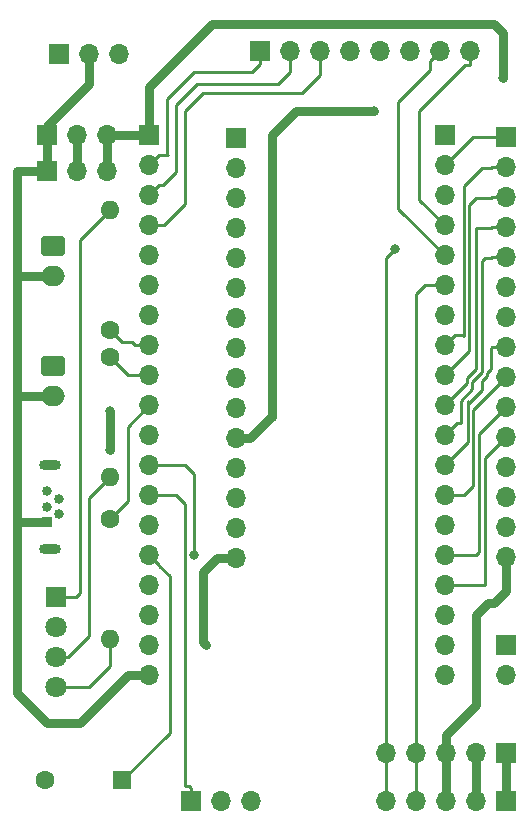
<source format=gtl>
G04 #@! TF.GenerationSoftware,KiCad,Pcbnew,8.0.8*
G04 #@! TF.CreationDate,2025-03-22T13:31:19+00:00*
G04 #@! TF.ProjectId,ESP32adapt_PCB03,45535033-3261-4646-9170-745f50434230,rev?*
G04 #@! TF.SameCoordinates,Original*
G04 #@! TF.FileFunction,Copper,L1,Top*
G04 #@! TF.FilePolarity,Positive*
%FSLAX46Y46*%
G04 Gerber Fmt 4.6, Leading zero omitted, Abs format (unit mm)*
G04 Created by KiCad (PCBNEW 8.0.8) date 2025-03-22 13:31:19*
%MOMM*%
%LPD*%
G01*
G04 APERTURE LIST*
G04 Aperture macros list*
%AMRoundRect*
0 Rectangle with rounded corners*
0 $1 Rounding radius*
0 $2 $3 $4 $5 $6 $7 $8 $9 X,Y pos of 4 corners*
0 Add a 4 corners polygon primitive as box body*
4,1,4,$2,$3,$4,$5,$6,$7,$8,$9,$2,$3,0*
0 Add four circle primitives for the rounded corners*
1,1,$1+$1,$2,$3*
1,1,$1+$1,$4,$5*
1,1,$1+$1,$6,$7*
1,1,$1+$1,$8,$9*
0 Add four rect primitives between the rounded corners*
20,1,$1+$1,$2,$3,$4,$5,0*
20,1,$1+$1,$4,$5,$6,$7,0*
20,1,$1+$1,$6,$7,$8,$9,0*
20,1,$1+$1,$8,$9,$2,$3,0*%
G04 Aperture macros list end*
G04 #@! TA.AperFunction,ComponentPad*
%ADD10R,1.700000X1.700000*%
G04 #@! TD*
G04 #@! TA.AperFunction,ComponentPad*
%ADD11O,1.700000X1.700000*%
G04 #@! TD*
G04 #@! TA.AperFunction,ComponentPad*
%ADD12O,1.600000X1.600000*%
G04 #@! TD*
G04 #@! TA.AperFunction,ComponentPad*
%ADD13C,1.600000*%
G04 #@! TD*
G04 #@! TA.AperFunction,ComponentPad*
%ADD14RoundRect,0.250000X-0.750000X0.600000X-0.750000X-0.600000X0.750000X-0.600000X0.750000X0.600000X0*%
G04 #@! TD*
G04 #@! TA.AperFunction,ComponentPad*
%ADD15O,2.000000X1.700000*%
G04 #@! TD*
G04 #@! TA.AperFunction,ComponentPad*
%ADD16R,0.840000X0.840000*%
G04 #@! TD*
G04 #@! TA.AperFunction,ComponentPad*
%ADD17C,0.840000*%
G04 #@! TD*
G04 #@! TA.AperFunction,ComponentPad*
%ADD18O,1.850000X0.850000*%
G04 #@! TD*
G04 #@! TA.AperFunction,ComponentPad*
%ADD19R,1.600000X1.600000*%
G04 #@! TD*
G04 #@! TA.AperFunction,ComponentPad*
%ADD20R,1.800000X1.800000*%
G04 #@! TD*
G04 #@! TA.AperFunction,ComponentPad*
%ADD21C,1.800000*%
G04 #@! TD*
G04 #@! TA.AperFunction,ViaPad*
%ADD22C,0.800000*%
G04 #@! TD*
G04 #@! TA.AperFunction,Conductor*
%ADD23C,0.750000*%
G04 #@! TD*
G04 #@! TA.AperFunction,Conductor*
%ADD24C,0.250000*%
G04 #@! TD*
G04 APERTURE END LIST*
D10*
X42196000Y-93472000D03*
D11*
X42196000Y-96012000D03*
X42196000Y-98552000D03*
X42196000Y-101092000D03*
X42196000Y-103632000D03*
X42196000Y-106172000D03*
X42196000Y-108712000D03*
X42196000Y-111252000D03*
X42196000Y-113792000D03*
X42196000Y-116332000D03*
X42196000Y-118872000D03*
X42196000Y-121412000D03*
X42196000Y-123952000D03*
X42196000Y-126492000D03*
X42196000Y-129032000D03*
X42196000Y-131572000D03*
X42196000Y-134112000D03*
X42196000Y-136652000D03*
X42196000Y-139192000D03*
X72390000Y-129192000D03*
X72390000Y-126652000D03*
X72390000Y-124112000D03*
X72390000Y-121572000D03*
X72390000Y-119032000D03*
X72390000Y-116492000D03*
X72390000Y-113952000D03*
X72390000Y-111412000D03*
X72390000Y-108872000D03*
X72390000Y-106332000D03*
X72390000Y-103792000D03*
X72390000Y-101252000D03*
X72390000Y-98712000D03*
X72390000Y-96172000D03*
D10*
X72390000Y-93632000D03*
D12*
X38862000Y-122428000D03*
D13*
X38862000Y-112268000D03*
X38862000Y-109982000D03*
D12*
X38862000Y-99822000D03*
D13*
X38862000Y-125984000D03*
D12*
X38862000Y-136144000D03*
D11*
X67196000Y-139192000D03*
X67196000Y-136652000D03*
X67196000Y-134112000D03*
X67196000Y-131572000D03*
X67196000Y-129032000D03*
X67196000Y-126492000D03*
X67196000Y-123952000D03*
X67196000Y-121412000D03*
X67196000Y-118872000D03*
X67196000Y-116332000D03*
X67196000Y-113792000D03*
X67196000Y-111252000D03*
X67196000Y-108712000D03*
X67196000Y-106172000D03*
X67196000Y-103632000D03*
X67196000Y-101092000D03*
X67196000Y-98552000D03*
X67196000Y-96012000D03*
D10*
X67196000Y-93472000D03*
X72390000Y-145796000D03*
D11*
X69850000Y-145796000D03*
X67310000Y-145796000D03*
X64770000Y-145796000D03*
X62230000Y-145796000D03*
D10*
X49530000Y-93724000D03*
D11*
X49530000Y-96264000D03*
X49530000Y-98804000D03*
X49530000Y-101344000D03*
X49530000Y-103884000D03*
X49530000Y-106424000D03*
X49530000Y-108964000D03*
X49530000Y-111504000D03*
X49530000Y-114044000D03*
X49530000Y-116584000D03*
X49530000Y-119124000D03*
X49530000Y-121664000D03*
X49530000Y-124204000D03*
X49530000Y-126744000D03*
X49530000Y-129284000D03*
D10*
X33528000Y-96520000D03*
D11*
X36068000Y-96520000D03*
X38608000Y-96520000D03*
X38608000Y-93472000D03*
X36068000Y-93472000D03*
D10*
X33528000Y-93472000D03*
D11*
X62230000Y-149860000D03*
X64770000Y-149860000D03*
X67310000Y-149860000D03*
X69850000Y-149860000D03*
D10*
X72390000Y-149860000D03*
D14*
X34036000Y-102870000D03*
D15*
X34036000Y-105370000D03*
D16*
X33528000Y-126238000D03*
D17*
X34528000Y-125588000D03*
X33528000Y-124938000D03*
X34528000Y-124288000D03*
X33528000Y-123638000D03*
D18*
X33748000Y-128513000D03*
X33748000Y-121363000D03*
D15*
X34036000Y-115530000D03*
D14*
X34036000Y-113030000D03*
D19*
X39878000Y-148082000D03*
D13*
X33378000Y-148082000D03*
D10*
X34544000Y-86614000D03*
D11*
X37084000Y-86614000D03*
X39624000Y-86614000D03*
D10*
X51562000Y-86360000D03*
D11*
X54102000Y-86360000D03*
X56642000Y-86360000D03*
X59182000Y-86360000D03*
X61722000Y-86360000D03*
X64262000Y-86360000D03*
X66802000Y-86360000D03*
X69342000Y-86360000D03*
D20*
X34290000Y-132600000D03*
D21*
X34290000Y-135140000D03*
X34290000Y-137680000D03*
X34290000Y-140220000D03*
D10*
X45720000Y-149860000D03*
D11*
X48260000Y-149860000D03*
X50800000Y-149860000D03*
D10*
X72390000Y-136652000D03*
D11*
X72390000Y-139192000D03*
D22*
X38862000Y-116840000D03*
X38862000Y-120142000D03*
X61214000Y-91440000D03*
X72136000Y-88646000D03*
X46990000Y-136652000D03*
X62992000Y-103124000D03*
X45974000Y-129032000D03*
D23*
X38862000Y-116840000D02*
X38862000Y-120142000D01*
X69850000Y-145796000D02*
X69850000Y-149860000D01*
X36068000Y-96520000D02*
X36068000Y-93472000D01*
X52578000Y-93472000D02*
X54610000Y-91440000D01*
X54610000Y-91440000D02*
X61214000Y-91440000D01*
X67310000Y-145796000D02*
X67310000Y-149860000D01*
X67310000Y-145796000D02*
X67310000Y-144272000D01*
X67310000Y-144272000D02*
X69850000Y-141732000D01*
X69850000Y-141732000D02*
X69850000Y-134112000D01*
X69850000Y-134112000D02*
X70866000Y-133096000D01*
X70866000Y-133096000D02*
X71374000Y-133096000D01*
X72390000Y-132080000D02*
X72390000Y-129192000D01*
X71374000Y-133096000D02*
X72390000Y-132080000D01*
X52578000Y-117278081D02*
X52578000Y-116586000D01*
X50732081Y-119124000D02*
X52578000Y-117278081D01*
X49530000Y-119124000D02*
X50732081Y-119124000D01*
X52578000Y-117348000D02*
X52578000Y-116586000D01*
X52578000Y-116586000D02*
X52578000Y-93472000D01*
X42196000Y-93472000D02*
X42196000Y-89376000D01*
X42196000Y-89376000D02*
X47498000Y-84074000D01*
X47498000Y-84074000D02*
X64008000Y-84074000D01*
X64008000Y-84074000D02*
X71374000Y-84074000D01*
X71374000Y-84074000D02*
X72136000Y-84836000D01*
X72136000Y-84836000D02*
X72136000Y-88646000D01*
X38608000Y-96520000D02*
X38608000Y-93472000D01*
X38608000Y-93472000D02*
X42196000Y-93472000D01*
X32358000Y-126238000D02*
X30988000Y-126238000D01*
X33528000Y-126238000D02*
X32358000Y-126238000D01*
X32246000Y-115570000D02*
X30988000Y-115570000D01*
X32286000Y-115530000D02*
X32246000Y-115570000D01*
X34036000Y-115530000D02*
X32286000Y-115530000D01*
X30988000Y-126238000D02*
X30988000Y-115570000D01*
X32246000Y-105410000D02*
X30988000Y-105410000D01*
X32286000Y-105370000D02*
X32246000Y-105410000D01*
X34036000Y-105370000D02*
X32286000Y-105370000D01*
X30988000Y-115570000D02*
X30988000Y-105410000D01*
X30988000Y-105410000D02*
X30988000Y-96520000D01*
X72390000Y-145796000D02*
X72390000Y-149860000D01*
X46736000Y-136398000D02*
X46990000Y-136652000D01*
X46736000Y-130458081D02*
X46736000Y-136398000D01*
X49530000Y-129284000D02*
X47910081Y-129284000D01*
X47910081Y-129284000D02*
X46736000Y-130458081D01*
X40386000Y-139192000D02*
X42196000Y-139192000D01*
X36322000Y-143256000D02*
X40386000Y-139192000D01*
X33528000Y-143256000D02*
X36322000Y-143256000D01*
X30988000Y-126238000D02*
X30988000Y-140716000D01*
X30988000Y-140716000D02*
X33528000Y-143256000D01*
X33528000Y-96520000D02*
X33528000Y-93472000D01*
X33528000Y-96520000D02*
X30988000Y-96520000D01*
X37084000Y-89154000D02*
X37084000Y-86614000D01*
X33528000Y-93472000D02*
X33528000Y-92710000D01*
X33528000Y-92710000D02*
X37084000Y-89154000D01*
D24*
X67196000Y-131572000D02*
X70612000Y-131572000D01*
X70612000Y-120810000D02*
X72390000Y-119032000D01*
X70612000Y-131572000D02*
X70612000Y-120810000D01*
X70104000Y-118778000D02*
X72390000Y-116492000D01*
X70104000Y-128778000D02*
X70104000Y-118778000D01*
X67196000Y-129032000D02*
X69850000Y-129032000D01*
X69850000Y-129032000D02*
X70104000Y-128778000D01*
X69596000Y-116746000D02*
X72390000Y-113952000D01*
X69596000Y-123190000D02*
X69596000Y-116746000D01*
X67196000Y-123952000D02*
X68834000Y-123952000D01*
X68834000Y-123952000D02*
X69596000Y-123190000D01*
X67196000Y-121412000D02*
X69145990Y-119462010D01*
X71187919Y-111412000D02*
X71120000Y-111479919D01*
X72390000Y-111412000D02*
X71187919Y-111412000D01*
X71120000Y-111479919D02*
X71120000Y-113284000D01*
X70808010Y-113595990D02*
X70808010Y-113849990D01*
X71120000Y-113284000D02*
X70808010Y-113595990D01*
X70358000Y-114300000D02*
X70358000Y-115062000D01*
X70808010Y-113849990D02*
X70358000Y-114300000D01*
X70358000Y-115062000D02*
X69145990Y-116274010D01*
X69145990Y-119462010D02*
X69145990Y-116274010D01*
X69145990Y-116274010D02*
X69145990Y-116020010D01*
X69576000Y-93632000D02*
X67196000Y-96012000D01*
X72390000Y-93632000D02*
X69576000Y-93632000D01*
X43045999Y-129881999D02*
X43045999Y-129913999D01*
X42196000Y-129032000D02*
X43045999Y-129881999D01*
X43045999Y-129913999D02*
X43942000Y-130810000D01*
X43942000Y-142494000D02*
X43908000Y-142494000D01*
X36322000Y-102362000D02*
X38862000Y-99822000D01*
X36322000Y-132214000D02*
X36322000Y-102362000D01*
X35562792Y-137414000D02*
X37084000Y-135892792D01*
X37084000Y-124206000D02*
X38862000Y-122428000D01*
X37084000Y-135892792D02*
X37084000Y-124206000D01*
X54102000Y-88138000D02*
X54102000Y-86360000D01*
X53086000Y-89154000D02*
X54102000Y-88138000D01*
X43045999Y-97702001D02*
X43346001Y-97702001D01*
X42196000Y-98552000D02*
X43045999Y-97702001D01*
X43346001Y-97702001D02*
X44450000Y-96598002D01*
X44450000Y-96598002D02*
X44450000Y-90932000D01*
X44450000Y-90932000D02*
X46228000Y-89154000D01*
X46228000Y-89154000D02*
X53086000Y-89154000D01*
X43398081Y-101092000D02*
X45212000Y-99278081D01*
X42196000Y-101092000D02*
X43398081Y-101092000D01*
X45212000Y-99278081D02*
X45212000Y-91440000D01*
X45212000Y-91440000D02*
X46736000Y-89916000D01*
X46736000Y-89916000D02*
X55118000Y-89916000D01*
X56642000Y-88392000D02*
X56642000Y-86360000D01*
X55118000Y-89916000D02*
X56642000Y-88392000D01*
X43942000Y-130810000D02*
X43942000Y-142240000D01*
X43942000Y-142240000D02*
X43942000Y-142494000D01*
X43942000Y-144052000D02*
X43942000Y-142240000D01*
X39878000Y-148082000D02*
X39912000Y-148082000D01*
X39912000Y-148082000D02*
X43942000Y-144052000D01*
X35440000Y-132600000D02*
X35452000Y-132588000D01*
X34290000Y-132600000D02*
X35440000Y-132600000D01*
X35948000Y-132588000D02*
X36322000Y-132214000D01*
X35452000Y-132588000D02*
X35948000Y-132588000D01*
X34290000Y-137680000D02*
X35294000Y-137680000D01*
X35560000Y-137414000D02*
X35562792Y-137414000D01*
X35294000Y-137680000D02*
X35560000Y-137414000D01*
X38862000Y-138430000D02*
X38862000Y-136144000D01*
X34290000Y-140220000D02*
X37072000Y-140220000D01*
X37072000Y-140220000D02*
X38862000Y-138430000D01*
X62230000Y-149860000D02*
X62230000Y-145796000D01*
X62230000Y-145796000D02*
X62230000Y-103886000D01*
X62230000Y-103886000D02*
X62992000Y-103124000D01*
X51562000Y-87460000D02*
X51562000Y-86360000D01*
X50884000Y-88138000D02*
X51562000Y-87460000D01*
X42196000Y-96012000D02*
X43045999Y-95162001D01*
X43045999Y-95162001D02*
X43775999Y-95162001D01*
X43775999Y-95162001D02*
X43688000Y-95074002D01*
X43688000Y-95074002D02*
X43688000Y-90424000D01*
X43688000Y-90424000D02*
X45974000Y-88138000D01*
X45974000Y-88138000D02*
X50884000Y-88138000D01*
X71187919Y-103792000D02*
X71093919Y-103886000D01*
X72390000Y-103792000D02*
X71187919Y-103792000D01*
X71093919Y-103886000D02*
X70612000Y-103886000D01*
X70612000Y-103886000D02*
X70358000Y-104140000D01*
X70358000Y-104140000D02*
X70358000Y-113538000D01*
X69538010Y-114991580D02*
X68580000Y-115949590D01*
X70358000Y-113538000D02*
X69538010Y-114357990D01*
X69538010Y-114357990D02*
X69538010Y-114991580D01*
X68580000Y-115949590D02*
X68580000Y-117856000D01*
X68212000Y-117856000D02*
X67196000Y-118872000D01*
X68580000Y-117856000D02*
X68212000Y-117856000D01*
X71187919Y-101252000D02*
X71093919Y-101346000D01*
X72390000Y-101252000D02*
X71187919Y-101252000D01*
X71093919Y-101346000D02*
X69850000Y-101346000D01*
X69850000Y-101346000D02*
X69850000Y-113284000D01*
X69850000Y-113284000D02*
X69088000Y-114046000D01*
X69088000Y-114440000D02*
X67196000Y-116332000D01*
X69088000Y-114046000D02*
X69088000Y-114440000D01*
X71187919Y-98712000D02*
X71093919Y-98806000D01*
X72390000Y-98712000D02*
X71187919Y-98712000D01*
X71093919Y-98806000D02*
X69850000Y-98806000D01*
X68045999Y-112942001D02*
X67196000Y-113792000D01*
X69284010Y-111703990D02*
X68045999Y-112942001D01*
X69284010Y-99371990D02*
X69284010Y-111703990D01*
X69850000Y-98806000D02*
X69284010Y-99371990D01*
X68045999Y-110402001D02*
X67196000Y-111252000D01*
X68746001Y-110402001D02*
X68045999Y-110402001D01*
X72390000Y-96172000D02*
X71187919Y-96172000D01*
X71187919Y-96172000D02*
X71093919Y-96266000D01*
X71093919Y-96266000D02*
X70358000Y-96266000D01*
X70358000Y-96266000D02*
X68834000Y-97790000D01*
X68834000Y-97790000D02*
X68834000Y-110490000D01*
X68834000Y-110490000D02*
X68746001Y-110402001D01*
X40993919Y-111252000D02*
X40739919Y-110998000D01*
X42196000Y-111252000D02*
X40993919Y-111252000D01*
X39878000Y-110998000D02*
X38862000Y-109982000D01*
X40739919Y-110998000D02*
X39878000Y-110998000D01*
X40386000Y-113792000D02*
X38862000Y-112268000D01*
X42196000Y-113792000D02*
X40386000Y-113792000D01*
X40386000Y-118142000D02*
X42196000Y-116332000D01*
X38862000Y-125984000D02*
X40386000Y-124460000D01*
X40386000Y-124460000D02*
X40386000Y-118142000D01*
X45720000Y-148760000D02*
X45720000Y-149860000D01*
X45550000Y-148590000D02*
X45720000Y-148760000D01*
X45212000Y-148590000D02*
X45550000Y-148590000D01*
X45212000Y-124714000D02*
X45212000Y-148590000D01*
X44450000Y-123952000D02*
X45212000Y-124714000D01*
X42196000Y-123952000D02*
X44450000Y-123952000D01*
X42196000Y-121412000D02*
X45212000Y-121412000D01*
X45212000Y-121412000D02*
X45974000Y-122174000D01*
X45974000Y-122174000D02*
X45974000Y-129032000D01*
X64770000Y-149860000D02*
X64770000Y-145796000D01*
X64770000Y-145796000D02*
X64770000Y-106934000D01*
X65532000Y-106172000D02*
X67196000Y-106172000D01*
X64770000Y-106934000D02*
X65532000Y-106172000D01*
X69342000Y-86360000D02*
X69342000Y-87562081D01*
X69342000Y-87562081D02*
X68901919Y-87562081D01*
X68901919Y-87562081D02*
X65024000Y-91440000D01*
X65024000Y-98920000D02*
X67196000Y-101092000D01*
X65024000Y-91440000D02*
X65024000Y-98920000D01*
X65952001Y-87209999D02*
X65952001Y-87971999D01*
X66802000Y-86360000D02*
X65952001Y-87209999D01*
X65952001Y-87971999D02*
X63246000Y-90678000D01*
X63246000Y-99682000D02*
X67196000Y-103632000D01*
X63246000Y-90678000D02*
X63246000Y-99682000D01*
M02*

</source>
